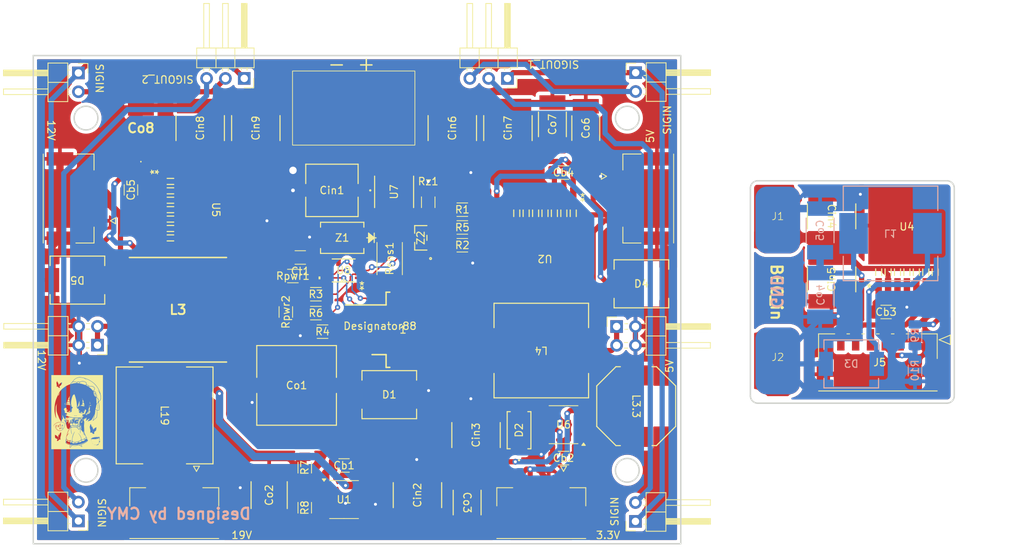
<source format=kicad_pcb>
(kicad_pcb (version 20240108) (generator "pcbnew") (generator_version "8.0")
  (layers (0 "F.Cu" signal) (31 "B.Cu" signal) (34 "B.Paste" user) (35 "F.Paste" user) (36 "B.SilkS" user "B.Silkscreen") (37 "F.SilkS" user "F.Silkscreen") (38 "B.Mask" user) (39 "F.Mask" user) (44 "Edge.Cuts" user))
  (net 0 "")
  (net 1 "GND")
  (net 2 "V_out_2")
  (net 3 "V_out_1")
  (net 4 "V_19")
  (net 5 "Net-(U1-CB)")
  (net 6 "Net-(U1-VSW)")
  (net 7 "Net-(U1-FB)")
  (net 11 "Net-(D2-K)")
  (net 12 "Net-(D3-K)")
  (net 15 "Net-(U8-TIMER)")
  (net 16 "Net-(U8-OVLO)")
  (net 18 "Net-(U8-PWR)")
  (net 20 "Net-(U4-CB)")
  (net 21 "Net-(R1-Pad1)")
  (net 22 "Net-(R3-Pad1)")
  (net 23 "Net-(Rpwr1-Pad1)")
  (net 24 "Net-(U7-G)")
  (net 25 "Net-(U6-CB)")
  (net 27 "V_3.3")
  (net 31 "Net-(D4-K)")
  (net 32 "Net-(U2-CB)")
  (net 35 "batt_v_sns")
  (net 36 "V_5_1")
  (net 37 "V_5_2")
  (net 38 "Net-(D5-K)")
  (net 39 "Net-(U5-CB)")
  (net 42 "V_12")
  (net 43 "Vin")
  (net 44 "Net-(1-Gate)")
  (net 45 "Net-(U8-UVLO)")
  (net 46 "Net-(1-Drain)")
  (net 47 "BEC_in")
  (net 48 "GND_1")
  (net 49 "Net-(J13-Pin_1)")
  (net 50 "Net-(J3-Pin_3)")
  (net 51 "Net-(J13-Pin_2)")
  (net 52 "/1OUT")
  (net 53 "/3OUT")
  (net 54 "Net-(1OUT1-Pin_1)")
  (footprint "5024430470:MOLEX_5024430470" (layer "F.Cu") (at 133 52 -90)
    (property "Reference" "5V")
    (property "Value" "5024430470")
  )
  (footprint "FDS4435BZ:SO-8L-NB_FAS" (layer "F.Cu") (at 99.15 51.1 90)
    (property "Reference" "U7")
    (property "Value" "FDS4435BZ")
  )
  (footprint "Capacitor_SMD:C_1206_3216Metric" (layer "F.Cu") (at 122 48.5 180)
    (property "Reference" "Cb4")
    (property "Value" "0.01u")
  )
  (footprint "Resistor_SMD:R_1206_3216Metric" (layer "F.Cu") (at 85.5 62.45)
    (property "Reference" "Rpwr1")
    (property "Value" "150k")
  )
  (footprint "CSD19536KTTT:KTT0002A" (layer "F.Cu") (at 100.35 69.7)
    (property "Reference" "1")
    (property "Value" "CSD19536KTTT")
  )
  (footprint "LOGO" (layer "F.Cu") (at 56.4 80.8)
    (property "Reference" "G***" (hide yes))
    (property "Value" "LOGO" (hide yes))
  )
  (footprint "SS310:CR_SS310_TWS" (layer "F.Cu") (at 132.5 63.5)
    (property "Reference" "D4")
    (property "Value" "SK33")
  )
  (footprint "EEH_ZKV121XUP:CAP_ZKU_D8_PAN" (layer "F.Cu") (at 90.7658 50.9 180)
    (property "Reference" "Cin1")
    (property "Value" "120u")
  )
  (footprint "HC9-470-R:INDPM131141X750N" (layer "F.Cu") (at 70 67)
    (property "Reference" "L3")
    (property "Value" "HC9-470-R" (hide yes))
  )
  (footprint "5024430470:MOLEX_5024430470" (layer "F.Cu") (at 69.5 94 180)
    (property "Reference" "19V")
    (property "Value" "5024430470")
  )
  (footprint "Resistor_SMD:R_1206_3216Metric" (layer "F.Cu") (at 108.35 58.3 180)
    (property "Reference" "R2")
    (property "Value" "8.2k")
  )
  (footprint "Resistor_SMD:R_1206_3216Metric" (layer "F.Cu") (at 88.6 67.45 180)
    (property "Reference" "R6")
    (property "Value" "2k")
  )
  (footprint "SS310:CR_SS310_TWS" (layer "F.Cu") (at 98.5 78.45)
    (property "Reference" "D1")
    (property "Value" "SS310")
  )
  (footprint "Connector_PinHeader_2.54mm:PinHeader_2x02_P2.54mm_Horizontal" (layer "F.Cu") (at 129.16 69.26)
    (property "Reference" "5V")
    (property "Value" "Conn_01x04_Pin")
  )
  (footprint "594D156X9050R2T:CAP_594D-R_VSS" (layer "F.Cu") (at 158.15 62.9 -90)
    (property "Reference" "Cin5")
    (property "Value" "15u")
  )
  (footprint "594D156X9050R2T:CAP_594D-R_VSS" (layer "F.Cu") (at 110.2 83.9 90)
    (property "Reference" "Cin3")
    (property "Value" "15u")
  )
  (footprint "LM2676SX_5_0_NOPB:TS7B" (layer "F.Cu") (at 168.3095 55.7991)
    (property "Reference" "U4")
    (property "Value" "LM2676SX-5.0/NOPB")
  )
  (footprint "EEH_ZK1V331P:CAP_EEH_G_PAN" (layer "F.Cu") (at 86 77.2 180)
    (property "Reference" "Co1")
    (property "Value" "330u")
  )
  (footprint "Connector_PinHeader_2.54mm:PinHeader_1x02_P2.54mm_Horizontal" (layer "F.Cu") (at 139.9 95.54 180)
    (property "Reference" "SIGIN")
    (property "Value" "Conn_01x02")
  )
  (footprint "594D156X9050R2T:CAP_594D-R_VSS" (layer "F.Cu") (at 114.5 42.5 90)
    (property "Reference" "Cin7")
    (property "Value" "15u")
  )
  (footprint "5024430470:MOLEX_5024430470" (layer "F.Cu") (at 119 94 180)
    (property "Reference" "3.3V")
    (property "Value" "5024430470")
  )
  (footprint "594D156X9050R2T:CAP_594D-R_VSS" (layer "F.Cu") (at 73 42.5 90)
    (property "Reference" "Cin8")
    (property "Value" "15u")
  )
  (footprint "Capacitor_SMD:C_1206_3216Metric" (layer "F.Cu") (at 63.6595 50.835 -90)
    (property "Reference" "Cb5")
    (property "Value" "0.01u")
  )
  (footprint "Capacitor_SMD:C_1206_3216Metric" (layer "F.Cu") (at 92.4 88)
    (property "Reference" "Cb1")
    (property "Value" "0.01u")
  )
  (footprint "5024430470:MOLEX_5024430470" (layer "F.Cu") (at 55.6815 52 90)
    (property "Reference" "12V")
    (property "Value" "5024430470")
  )
  (footprint "Resistor_SMD:R_1206_3216Metric" (layer "F.Cu") (at 108.35 55.9)
    (property "Reference" "R5")
    (property "Value" "2k")
  )
  (footprint "594D686X0010C2T:CAP_594D-C_VSS" (layer "F.Cu") (at 120.5 42 90)
    (property "Reference" "Co7")
    (property "Value" "68u")
  )
  (footprint "Connector_PinHeader_2.54mm:PinHeader_2x02_P2.54mm_Horizontal" (layer "F.Cu") (at 59.15 71.775 180)
    (property "Reference" "12V")
    (property "Value" "Conn_01x04_Pin")
  )
  (footprint "LM2676SX_5_0_NOPB:TS7B" (layer "F.Cu") (at 119.5 60.1209 180)
    (property "Reference" "U2")
    (property "Value" "LM2676SX-5.0/NOPB")
  )
  (footprint "Resistor_SMD:R_2512_6332Metric" (layer "F.Cu") (at 98.55 60.1 -90)
    (property "Reference" "Rsns1")
    (property "Value" "6m")
  )
  (footprint "594D156X9050R2T:CAP_594D-R_VSS" (layer "F.Cu") (at 80.5 42.5 90)
    (property "Reference" "Cin9")
    (property "Value" "15u")
  )
  (footprint "Connector_PinHeader_2.54mm:PinHeader_1x02_P2.54mm_Horizontal" (layer "F.Cu") (at 48.375 35.06)
    (property "Reference" "SIGIN")
    (property "Value" "Conn_01x02")
  )
  (footprint "Resistor_SMD:R_1206_3216Metric" (layer "F.Cu") (at 103.75 52.5 90)
    (property "Reference" "Rz1")
    (property "Value" "1.8k")
  )
  (footprint "Capacitor_SMD:C_1206_3216Metric" (layer "F.Cu") (at 122 87 180)
    (property "Reference" "Cb2")
    (property "Value" "0.01u")
  )
  (footprint "5024430670:CON_5024430670" (layer "F.Cu") (at 169.396001 71.050001)
    (property "Reference" "J5")
    (property "Value" "5024430670")
  )
  (footprint "Resistor_SMD:R_1206_3216Metric" (layer "F.Cu") (at 108.35 53.5 180)
    (property "Reference" "R1")
    (property "Value" "36k")
  )
  (footprint "B82464G4473M000:IND_B82464G4_EPC" (layer "F.Cu") (at 131.8 80 -90)
    (property "Reference" "L3.3")
    (property "Value" "68u")
  )
  (footprint "Resistor_SMD:R_1206_3216Metric" (layer "F.Cu") (at 88.6 64.9)
    (property "Reference" "R3")
    (property "Value" "36k")
  )
  (footprint "BZX84C12LT1G:SOT-23_ONS" (layer "F.Cu") (at 102.75 57.3 90)
    (property "Reference" "Z2")
    (property "Value" "BZX84C12LT1G")
  )
  (footprint "594D156X9050R2T:CAP_594D-R_VSS" (layer "F.Cu") (at 158.15 54.4 90)
    (property "Reference" "Cin4")
    (property "Value" "15u")
  )
  (footprint "Resistor_SMD:R_1206_3216Metric" (layer "F.Cu") (at 87.1 88.3 -90)
    (property "Reference" "R7")
    (property "Value" "1k")
  )
  (footprint "594D686X0010C2T:CAP_594D-C_VSS" (layer "F.Cu") (at 125 42.5 90)
    (property "Reference" "Co6")
    (property "Value" "68u")
  )
  (footprint "Connector_PinHeader_2.54mm:PinHeader_1x02_P2.54mm_Horizontal" (layer "F.Cu") (at 131.725 35.025)
    (property "Reference" "SIGIN")
    (property "Value" "Conn_01x02")
  )
  (footprint "594D156X9050R2T:CAP_594D-R_VSS" (layer "F.Cu") (at 107 42.5 90)
    (property "Reference" "Cin6")
    (property "Value" "15u")
  )
  (footprint "594D336X9025D2T:CAP_594D-D_VSS" (layer "F.Cu") (at 82.3 92 90)
    (property "Reference" "Co2")
    (property "Value" "33u")
  )
  (footprint "BEC_io:BEC_io" (layer "F.Cu") (at 150.9 54.9)
    (property "Reference" "J1")
    (property "Value" "Header2")
  )
  (footprint "SS14:CR_SMA_403AE_OSI" (layer "F.Cu") (at 116 83.2444 90)
    (property "Reference" "D2")
    (property "Value" "SS14")
  )
  (footprint "Package_SO:SOIC-8_3.9x4.9mm_P1.27mm" (layer "F.Cu") (at 122 82.5 180)
    (property "Reference" "U6")
    (property "Value" "LM2675M-3.3")
  )
  (footprint "LM2676SX_5_0_NOPB:TS7B" (layer "F.Cu") (at 75.1209 53.5 -90)
    (property "Reference" "U5")
    (property "Value" "LM2676SX-12/NOPB")
  )
  (footprint "Connector_PinHeader_2.54mm:PinHeader_1x03_P2.54mm_Horizontal" (layer "F.Cu") (at 78.94 27.6 -90)
    (property "Reference" "SIGOUT_2")
    (property "Value" "Conn_01x03")
  )
  (footprint "SS310:CR_SS310_TWS" (layer "F.Cu") (at 56.4417 63 180)
    (property "Reference" "D5")
    (property "Value" "SK33")
  )
  (footprint "SRR1260_680M:IND_BOURNS_SRR1260" (layer "F.Cu") (at 68.2 81.2486 -90)
    (property "Reference" "L19")
    (property "Value" "68u")
  )
  (footprint "Connector_PinHeader_2.54mm:PinHeader_1x03_P2.54mm_Horizontal" (layer "F.Cu") (at 114.44 35.8 -90)
    (property "Reference" "SIGOUT_1")
    (property "Value" "Conn_01x03")
  )
  (footprint "Resistor_SMD:R_1206_3216Metric" (layer "F.Cu") (at 87.1 93.7 -90)
    (property "Reference" "R8")
    (property "Value" "14.7k")
  )
  (footprint "Package_SO:SOIC-8_3.9x4.9mm_P1.27mm" (layer "F.Cu") (at 92.4 92.6)
    (property "Reference" "U1")
    (property "Value" "LM2675M-ADJ")
  )
  (footprint "Connector_PinHeader_2.54mm:PinHeader_1x02_P2.54mm_Horizontal" (layer "F.Cu") (at 56.575 95.475 180)
    (property "Reference" "SIGIN")
    (property "Value" "Conn_01x02")
  )
  (footprint "SMBJ30A_13_F:SMB_DIO" (layer "F.Cu") (at 92.15 57.3 180)
    (property "Reference" "Z1")
    (property "Value" "SMBJ30A")
  )
  (footprint "Capacitor_SMD:C_1206_3216Metric" (layer "F.Cu") (at 165.5 67.3)
    (property "Reference" "Cb3")
    (property "Value" "0.01u")
  )
  (footprint "594D156X9050R2T:CAP_594D-R_VSS" (layer "F.Cu") (at 102.3 92 90)
    (property "Reference" "Cin2")
    (property "Value" "15u")
  )
  (footprint "594D686X0010C2T:CAP_594D-C_VSS" (layer "F.Cu") (at 109 93 -90)
    (property "Reference" "Co3")
    (property "Value" "68u")
  )
  (footprint "Vin:Vin" (layer "F.Cu") (at 93.7 39.8)
    (property "Reference" "J12" (hide yes))
    (property "Value" "Header2" (hide yes))
  )
  (footprint "Resistor_SMD:R_1206_3216Metric" (layer "F.Cu") (at 89.5 69.95)
    (property "Reference" "R4")
    (property "Value" "4.02k")
  )
  (footprint "Resistor_SMD:R_1206_3216Metric" (layer "F.Cu") (at 84.55 67.3 90)
    (property "Reference" "Rpwr2")
    (property "Value" "2k")
  )
  (footprint "DR125_330_R:DR125" (layer "F.Cu") (at 119 72.5 180)
    (property "Reference" "L4")
    (property "Value" "DR125-330-R")
  )
  (footprint "BEC_io:BEC_io" (layer "F.Cu") (at 150.9 73.9)
    (property "Reference" "J2")
    (property "Value" "Header2")
  )
  (footprint "Capacitor_SMD:C_1206_3216Metric" (layer "F.Cu") (at 86.5 59.95 180)
    (property "Reference" "Ct1")
    (property "Value" "150n")
  )
  (footprint "594D107X9016C2T:594D107X9016C2T" (layer "F.Cu") (at 65 42.5 180)
    (property "Reference" "Co8")
    (property "Value" "100u" (hide yes))
  )
  (footprint "LM5069MM_2_NOPB:MUB10A" (layer "F.Cu") (at 92.35 61.7 180)
    (property "Reference" "U8")
    (property "Value" "LM5069MM-2/NOPB")
  )
  (footprint "Resistor_SMD:R_1206_3216Metric" (layer "B.Cu") (at 169.4 75.1875 -90)
    (property "Reference" "R10")
    (property "Value" "1M")
  )
  (footprint "SS310:CR_SS310_TWS" (layer "B.Cu") (at 160.799998 74.300002 180)
    (property "Reference" "D3")
    (property "Value" "SK33")
  )
  (footprint "DR125_330_R:DR125" (layer "B.Cu") (at 166.1 56.7)
    (property "Reference" "L1")
    (property "Value" "DR125-330-R")
  )
  (footprint "594D686X0010C2T:CAP_594D-C_VSS" (layer "B.Cu") (at 156.6 65 -90)
    (property "Reference" "Co4")
    (property "Value" "68u")
  )
  (footprint "594D686X0010C2T:CAP_594D-C_VSS" (layer "B.Cu") (at 156.6 56.3 90)
    (property "Reference" "Co5")
    (property "Value" "68u")
  )
  (footprint "Resistor_SMD:R_1206_3216Metric" (layer "B.Cu") (at 169.4 70.4375 -90)
    (property "Reference" "R9")
    (property "Value" "9.1M")
  )
  (gr_poly (pts (xy 128.4 52.4) (xy 128.4 55.6) (xy 131.4 55.6) (xy 131.4 52.4)) (stroke (width 0.2)) (fill solid) (layer "F.Cu") (net 37))
  (gr_poly (pts (xy 92.25 75.45) (xy 91.75 76.2) (xy 88.5 76.2) (xy 88.5 78.2) (xy 90.5 78.2) (xy 91.75 78.2) (xy 93.5 78.2) (xy 94 78.2) (xy 94 80.2) (xy 96.25 80.2) (xy 96.25 71.45) (xy 92.25 71.45)) (stroke (width 0.2)) (fill solid) (layer "F.Cu") (net 2))
  (gr_poly (pts (xy 96.75 52.9) (xy 100.15 52.9) (xy 100.15 54.7) (xy 100.15 56.9) (xy 100.953371 57.085393) (xy 102.55 57.1) (xy 102.55 57.3) (xy 102.55 57.72) (xy 102.55 57.9) (xy 95.55 57.9) (xy 95.15 58.3) (xy 95.15 58.5) (xy 92.75 58.5) (xy 92.75 55.9) (xy 95.75 55.9) (xy 96.75 54.9)) (stroke (width 0.2)) (fill solid) (layer "F.Cu") (net 3))
  (gr_poly (pts (xy 65.6 84.6) (xy 65.6 87.6) (xy 66 89.4) (xy 66 92.4) (xy 63.2 93.8) (xy 63.2 97.4) (xy 75.8 97.4) (xy 75.8 93.8) (xy 69.6 93.8) (xy 69 92.4) (xy 69 89.6) (xy 70.8 87.6) (xy 70.8 84.6)) (stroke (width 0.2)) (fill solid) (layer "F.Cu") (net 4))
  (gr_poly (pts (xy 96.75 63.7) (xy 102.35 63.7) (xy 102.35 60.1) (xy 100.75 60.1) (xy 100.15 60.3) (xy 100.15 61.7) (xy 99.55 62.45) (xy 96.75 62.45)) (stroke (width 0.2)) (fill solid) (layer "F.Cu") (net 46))
  (gr_poly (pts (xy 106.15 63.5) (xy 99.75 65.1) (xy 99.75 74.3) (xy 108.35 74.3) (xy 108.35 59.7) (xy 106.15 59.7)) (stroke (width 0.2)) (fill solid) (layer "F.Cu") (net 46))
  (gr_circle (center 57.6 88.65) (end 59.2 88.65) (stroke (width 0.2)) (fill none) (layer "Edge.Cuts"))
  (gr_arc (start 147.2 50.6) (mid 147.492894 49.892895) (end 148.2 49.6) (stroke (width 0.2)) (layer "Edge.Cuts"))
  (gr_circle (center 57.6 41.15) (end 59.2 41.15) (stroke (width 0.2)) (fill none) (layer "Edge.Cuts"))
  (gr_line (start 174.7 50.6) (end 174.7 78.6) (stroke (width 0.2)) (layer "Edge.Cuts"))
  (gr_rect (start 50.49 32.72) (end 137.81 98.56) (stroke (width 0.2)) (fill none) (layer "Edge.Cuts"))
  (gr_line (start 147.2 78.6) (end 147.2 50.6) (stroke (width 0.2)) (layer "Edge.Cuts"))
  (gr_line (start 148.2 49.6) (end 173.7 49.6) (stroke (width 0.2)) (layer "Edge.Cuts"))
  (gr_circle (center 130.6 41.15) (end 132.2 41.15) (stroke (width 0.2)) (fill none) (layer "Edge.Cuts"))
  (gr_circle (center 130.6 88.65) (end 132.2 88.65) (stroke (width 0.2)) (fill none) (layer "Edge.Cuts"))
  (gr_arc (start 148.2 79.6) (mid 147.492893 79.307107) (end 147.2 78.6) (stroke (width 0.2)) (layer "Edge.Cuts"))
  (gr_line (start 173.7 79.6) (end 148.2 79.6) (stroke (width 0.2)) (layer "Edge.Cuts"))
  (gr_arc (start 173.7 49.6) (mid 174.407106 49.892894) (end 174.7 50.6) (stroke (width 0.2)) (layer "Edge.Cuts"))
  (gr_arc (start 174.7 78.6) (mid 174.407108 79.307109) (end 173.7 79.6) (stroke (width 0.2)) (layer "Edge.Cuts"))
  (gr_text "Designed by CMY" (at 80 95.4 -0) (layer "B.SilkS") (effects (font (size 1.5 1.5) (thickness 0.3) (bold yes)) (justify left bottom mirror)))
  (segment (start 107.831924 95.9464) (end 106.4 94.514476) (width 0.7) (layer "F.Cu") (net 1))
  (segment (start 119.5 51.8405) (end 119.5 50.4325) (width 0.7) (layer "F.Cu") (net 1))
  (segment (start 106.4 90.575824) (end 104.852376 89.0282) (width 0.7) (layer "F.Cu") (net 1))
  (segment (start 109.8125 60.6375) (end 109.75 60.7) (width 1) (layer "F.Cu") (net 1))
  (segment (start 65 40) (end 65 39.675) (width 1) (layer "F.Cu") (net 1))
  (segment (start 89.364378 59.3192) (end 87.85 57.804822) (width 0.2) (layer "F.Cu") (net 1))
  (segment (start 113.3036 95.9464) (end 113.65 95.6) (width 0.7) (layer "F.Cu") (net 1))
  (segment (start 87.85 57.804822) (end 87.85 57.3) (width 0.2) (layer "F.Cu") (net 1))
  (segment (start 88.0375 69.95) (end 87.05 69.95) (width 1) (layer "F.Cu") (net 1))
  (segment (start 85.5125 48.2) (end 85.5125 43.4875) (width 2) (layer "F.Cu") (net 1))
  (segment (start 56.3815 57.35) (end 58.7315 55) (width 1) (layer "F.Cu") (net 1))
  (segment (start 120 90.95) (end 122 90.95) (width 0.7) (layer "F.Cu") (net 1))
  (segment (start 116 81.0346) (end 117.719601 81.0346) (width 0.7) (layer "F.Cu") (net 1))
  (segment (start 120.5 39.0536) (end 124.5 39.0536) (width 0.7) (layer "F.Cu") (net 1))
  (segment (start 132.3 46.65) (end 129.95 49) (width 0.7) (layer "F.Cu") (net 1))
  (segment (start 117.5675 48.5) (end 109.5 48.5) (width 0.7) (layer "F.Cu") (net 1))
  (segment (start 103.25 78.45) (end 103.8 77.9) (width 0.7) (layer "F.Cu") (net 1))
  (segment (start 72.55 91) (end 72.5 90.95) (width 1) (layer "F.Cu") (net 1))
  (segment (start 78.4 91) (end 72.55 91) (width 1) (layer "F.Cu") (net 1))
  (segment (start 103 48.95) (end 103.75 49.7) (width 0.5) (layer "F.Cu") (net 1))
  (segment (start 106.4 94.514476) (end 106.4 90.575824) (width 0.7) (layer "F.Cu") (net 1))
  (segment (start 81.252246 77.2) (end 81.4534 77.2) (width 0.5) (layer "F.Cu") (net 1))
  (segment (start 92.735 93.235) (end 92.6 93.1) (width 1) (layer "F.Cu") (net 1))
  (segment (start 58.35 46.65) (end 65 40) (width 1) (layer "F.Cu") (net 1))
  (segment (start 114.9746 39.0536) (end 114.5 39.5282) (width 0.7) (layer "F.Cu") (net 1))
  (segment (start 109 95.9464) (end 107.831924 95.9464) (width 0.7) (layer "F.Cu") (net 1))
  (segment (start 80.360992 88.9012) (end 82.3 88.9012) (width 1) (layer "F.Cu") (net 1))
  (segment (start 85.4125 59.7375) (end 87.85 57.3) (width 1) (layer "F.Cu") (net 1))
  (segment (start 122 93.25) (end 124.35 95.6) (width 0.7) (layer "F.Cu") (net 1))
  (segment (start 107 39.5282) (end 104.589046 39.5282) (width 0.5) (layer "F.Cu") (net 1))
  (segment (start 86.5 70.5) (end 86.2875 70.5) (width 0.7) (layer "F.Cu") (net 1))
  (segment (start 87.05 69.95) (end 86.5 70.5) (width 1) (layer "F.Cu") (net 1))
  (segment (start 81.4534 77.2) (end 81.110824 77.2) (width 0.7) (layer "F.Cu") (net 1))
  (segment (start 124.5 39.0536) (end 125 39.5536) (width 0.7) (layer "F.Cu") (net 1))
  (segment (start 75.2733 53.5) (end 80.5 53.5) (width 1) (layer "F.Cu") (net 1))
  (segment (start 122 90.95) (end 122 93.25) (width 0.7) (layer "F.Cu") (net 1))
  (segment (start 102.3 89.0282) (end 102.3 87.3) (width 0.7) (layer "F.Cu") (net 1))
  (segment (start 94.875 93.235) (end 92.735 93.235) (width 1) (layer "F.Cu") (net 1))
  (segment (start 135.9417 66.220381) (end 135.9417 63.5) (width 0.7) (layer "F.Cu") (net 1))
  (segment (start 120.5 39.0536) (end 114.9746 39.0536) (width 0.7) (layer "F.Cu") (net 1))
  (segment (start 103.75 51.0375) (end 103.75 49.7) (width 1) (layer "F.Cu") (net 1))
  (segment (start 53 65.739108) (end 53 63) (width 1) (layer "F.Cu") (net 1))
  (segment (start 134.6 46.65) (end 132.3 46.65) (width 0.7) (layer "F.Cu") (net 1))
  (segment (start 120 90.95) (end 120 90) (width 0.7) (layer "F.Cu") (net 1))
  (segment (start 78.4 90.862192) (end 80.360992 88.9012) (width 1) (layer "F.Cu") (net 1))
  (segment (start 94.5471 60.699999) (end 93.166301 59.3192) (width 0.2) (layer "F.Cu") (net 1))
  (segment (start 120 90) (end 119 89) (width 0.7) (layer "F.Cu") (net 1))
  (segment (start 78.4 91) (end 78.4 90.862192) (width 1) (layer "F.Cu") (net 1))
  (segment (start 56.61 71.775) (end 56.61 69.235) (width 1) (layer "F.Cu") (net 1))
  (segment (start 80 78.310824) (end 80 79.5) (width 0.7) (layer "F.Cu") (net 1))
  (segment (start 119 89) (end 119 86.5) (width 0.7) (layer "F.Cu") (net 1))
  (segment (start 129.95 51) (end 129.95 49) (width 0.7) (layer "F.Cu") (net 1))
  (segment (start 119.5 50.4325) (end 117.5675 48.5) (width 0.7) (layer "F.Cu") (net 1))
  (segment (start 109.8125 58.3) (end 109.8125 60.6375) (width 1) (layer "F.Cu") (net 1))
  (segment (start 56.61 69.235) (end 56.495892 69.235) (width 1) (layer "F.Cu") (net 1))
  (segment (start 85.5125 43.4875) (end 89.2 39.8) (width 2) (layer "F.Cu") (net 1))
  (segment (start 90.2928 57.3) (end 87.85 57.3) (width 1) (layer "F.Cu") (net 1))
  (segment (start 56.7 74.2) (end 56.7 71.865) (width 0.7) (layer "F.Cu") (net 1))
  (segment (start 86.2875 70.5) (end 84.55 68.7625) (width 0.8) (layer "F.Cu") (net 1))
  (segment (start 81.110824 77.2) (end 80 78.310824) (width 0.7) (layer "F.Cu") (net 1))
  (segment (start 109 95.9464) (end 113.3036 95.9464) (width 0.7) (layer "F.Cu") (net 1))
  (segment (start 121.365 81.865) (end 121.5 82) (width 0.7) (layer "F.Cu") (net 1))
  (segment (start 85.5125 50.9) (end 87.8575 50.9) (width 1) (layer "F.Cu") (net 1))
  (segment (start 104.589046 39.5282) (end 103 41.117246) (width 0.5) (layer "F.Cu") (net 1))
  (segment (start 70.5 90.95) (end 72.5 90.95) (width 1) (layer "F.Cu") (net 1))
  (segment (start 73 39.5282) (end 80.5 39.5282) (width 1) (layer "F.Cu") (net 1))
  (segment (start 103 41.117246) (end 103 48.95) (width 0.5) (layer "F.Cu") (net 1))
  (segment (start 104.852376 89.0282) (end 102.3 89.0282) (width 0.7) (layer "F.Cu") (net 1))
  (segment (start 107 39.5282) (end 114.5 39.5282) (width 1) (layer "F.Cu") (net 1))
  (segment (start 65 39.675) (end 72.8532 39.675) (width 1) (layer "F.Cu") (net 1))
  (segment (start 119.525 81.865) (end 121.365 81.865) (width 0.7) (layer "F.Cu") (net 1))
  (segment (start 85.5125 50.9) (end 85.5125 48.2) (width 1) (layer "F.Cu") (net 1))
  (segment (start 96.635 93.235) (end 94.875 93.235) (width 0.7) (layer "F.Cu") (net 1))
  (segment (start 54.0815 57.35) (end 54.0815 46.65) (width 1) (layer "F.Cu") (net 1))
  (segment (start 85.0363 88.9012) (end 87.1 86.8375) (width 1) (layer "F.Cu") (net 1))
  (segment (start 56.7 71.865) (end 56.61 71.775) (width 0.7) (layer "F.Cu") (net 1))
  (segment (start 103.8375 50.95) (end 103.75 51.0375) (width 1) (layer "F.Cu") (net 1))
  (segment (start 54.0815 46.65) (end 58.35 46.65) (width 1) (layer "F.Cu") (net 1))
  (segment (start 129.95 49) (end 127 49) (width 0.7) (layer "F.Cu") (net 1))
  (segment (start 117.719601 81.0346) (end 118.550001 81.865) (width 0.7) (layer "F.Cu") (net 1))
  (segment (start 110.2 80.9282) (end 110.2 79.7) (width 0.7) (layer "F.Cu") (net 1))
  (segment (start 80.5 53.5) (end 82 55) (width 1) (layer "F.Cu") (net 1))
  (segment (start 101.9417 78.45) (end 103.25 78.45) (width 0.7) (layer "F.Cu") (net 1))
  (segment (start 53 58.4315) (end 54.0815 57.35) (width 1) (layer "F.Cu") (net 1))
  (segment (start 80.5 39.5282) (end 88.9282 39.5282) (width 1) (layer "F.Cu") (net 1))
  (segment (start 110.2 79.7) (end 109.5 79) (width 0.7) (layer "F.Cu") (net 1))
  (segment (start 110.2 80.9282) (end 115.8936 80.9282) (width 0.7) (layer "F.Cu") (net 1))
  (segment (start 131.7 69.26) (end 132.902081 69.26) (width 0.7) (layer "F.Cu") (net 1))
  (segment (start 54.0815 57.35) (end 56.3815 57.35) (width 1) (layer "F.Cu") (net 1))
  (segment (start 82.3 88.9012) (end 85.0363 88.9012) (width 1) (layer "F.Cu") (net 1))
  (segment (start 72.8532 39.675) (end 73 39.5282) (width 1) (layer "F.Cu") (net 1))
  (segment (start 58.7315 55) (end 58.7315 53) (width 1) (layer "F.Cu") (net 1))
  (segment (start 132.902081 69.26) (end 135.9417 66.220381) (width 0.7) (layer "F.Cu") (net 1))
  (segment (start 135.9417 58.6917) (end 134.6 57.35) (width 0.7) (layer "F.Cu") (net 1))
  (segment (start 135.9417 63.5) (end 135.9417 58.6917) (width 0.7) (layer "F.Cu") (net 1))
  (segment (start 115.8936 80.9282) (end 116 81.0346) (width 0.7) (layer "F.Cu") (net 1))
  (segment (start 131.7 71.8) (end 131.7 69.26) (width 0.7) (layer "F.Cu") (net 1))
  (segment (start 118.550001 81.865) (end 119.525 81.865) (width 0.7) (layer "F.Cu") (net 1))
  (segment (start 87.85 57.3) (end 87.75 57.2) (width 1) (layer "F.Cu") (net 1))
  (segment (start 66.8405 53.5) (end 75.2733 53.5) (width 1) (layer "F.Cu") (net 1))
  (segment (start 53 63) (end 53 58.4315) (width 1) (layer "F.Cu") (net 1))
  (segment (start 93.166301 59.3192) (end 89.364378 59.3192) (width 0.2) (layer "F.Cu") (net 1))
  (segment (start 88.9282 39.5282) (end 89.2 39.8) (width 1) (layer "F.Cu") (net 1))
  (segment (start 102.3 87.3) (end 102.2 87.2) (width 0.7) (layer "F.Cu") (net 1))
  (segment (start 124.35 95.6) (end 113.65 95.6) (width 0.7) (layer "F.Cu") (net 1))
  (segment (start 56.495892 69.235) (end 53 65.739108) (width 1) (layer "F.Cu") (net 1))
  (segment (start 134.6 46.65) (end 134.6 57.35) (width 0.5) (layer "F.Cu") (net 1))
  (via (at 82 55) (size 0.8) (drill 0.4) (layers "F.Cu" "B.Cu") (net 1))
  (via (at 86.5 70.5) (size 0.8) (drill 0.4) (layers "F.Cu" "B.Cu") (net 1))
  (via (at 78.4 91) (size 0.8) (drill 0.4) (layers "F.Cu" "B.Cu") (net 1))
  (via (at 103.8 77.9) (size 0.8) (drill 0.4) (layers "F.Cu" "B.Cu") (net 1))
  (via (at 85.5125 50.9) (size 0.9) (drill 0.5) (layers "F.Cu" "B.Cu") (net 1))
  (via (at 119 86.5) (size 0.8) (drill 0.4) (layers "F.Cu" "B.Cu") (net 1))
  (via (at 103.75 49.7) (size 0.8) (drill 0.4) (layers "F.Cu" "B.Cu") (net 1))
  (via (at 96.635 93.235) (size 0.8) (drill 0.4) (layers "F.Cu" "B.Cu") (net 1))
  (via (at 109.75 60.7) (size 0.8) (drill 0.4) (layers "F.Cu" "B.Cu") (net 1))
  (via (at 102.2 87.2) (size 0.8) (drill 0.4) (layers "F.Cu" "B.Cu") (net 1))
  (via (at 127 49) (size 0.8) (drill 0.4) (layers "F.Cu" "B.Cu") (net 1))
  (via (at 56.7 74.2) (size 0.8) (drill 0.4) (layers "F.Cu" "B.Cu") (net 1))
  (via (at 109.5 79) (size 0.8) (drill 0.4) (layers "F.Cu" "B.Cu") (net 1))
  (via (at 80 79.5) (size 0.8) (drill 0.4) (layers "F.Cu" "B.Cu") (net 1))
  (via (at 121.5 82) (size 0.8) (drill 0.4) (layers "F.Cu" "B.Cu") (net 1))
  (via (at 85.5125 48.2) (size 2) (drill 1) (layers "F.Cu" "B.Cu") (net 1))
  (via (at 109.5 48.5) (size 0.8) (drill 0.4) (layers "F.Cu" "B.Cu") (net 1))
  (via (at 92.6 93.1) (size 0.8) (drill 0.4) (layers "F.Cu" "B.Cu") (net 1))
  (via (at 87.75 57.2) (size 0.8) (drill 0.4) (layers "F.Cu" "B.Cu") (net 1))
  (segment (start 104.95 48.5) (end 103.75 49.7) (width 0.7) (layer "B.Cu") (net 1))
  (segment (start 97.475 76.975) (end 95.25 79.2) (width 2) (layer "B.Cu") (net 1))
  (segment (start 120.5 85) (end 119 86.5) (width 0.7) (layer "B.Cu") (net 1))
  (segment (start 74 82.6) (end 74 78.9) (width 0.8) (layer "B.Cu") (net 1))
  (segment (start 95 53.2) (end 100.982564 59.182564) (width 2) (layer "B.Cu") (net 1))
  (segment (start 85.55 55) (end 87.75 57.2) (width 1) (layer "B.Cu") (net 1))
  (segment (start 85.5125 51.4625) (end 87.75 53.7) (width 1) (layer "B.Cu") (net 1))
  (segment (start 100.982564 84.8) (end 100.982564 72.4) (width 0.8) (layer "B.Cu") (net 1))
  (segment (start 85.5125 50.9) (end 85.5125 51.4625) (width 1) (layer "B.Cu") (net 1))
  (segment (start 86.5 70.5) (end 86.5 77.8) (width 0.8) (layer "B.Cu") (net 1))
  (segment (start 80 79.5) (end 80 80) (width 0.8) (layer "B.Cu") (net 1))
  (segment (start 82 55) (end 85.55 55) (width 1) (layer "B.Cu") (net 1))
  (segment (start 100.982564 85.982564) (end 100.982564 84.8) (width 0.7) (layer "B.Cu") (net 1))
  (segment (start 70.6 75.5) (end 60.5 75.5) (width 0.8) (layer "B.Cu") (net 1))
  (segment (start 104.9 79) (end 103.8 77.9) (width 0.8) (layer "B.Cu") (net 1))
  (segment (start 74.1 82.7) (end 74 82.6) (width 0.7) (layer "B.Cu") (net 1))
  (segment (start 127 49) (end 122.9 44.9) (width 0.8) (layer "B.Cu") (net 1))
  (segment (start 87.75 53.7) (end 87.75 57.2) (width 1) (layer "B.Cu") (net 1))
  (segment (start 86.5 77.8) (end 89.6 80.9) (width 0.8) (layer "B.Cu") (net 1))
  (segment (start 60.5 75.5) (end 58 75.5) (width 0.8) (layer "B.Cu") (net 1))
  (segment (start 89.6 80.9) (end 93.55 80.9) (width 0.8) (layer "B.Cu") (net 1))
  (segment (start 103.8 77.6) (end 100.982564 74.782564) (width 0.8) (layer "B.Cu") (net 1))
  (segment (start 78.4 87) (end 74.1 82.7) (width 0.8) (layer "B.Cu") (net 1))
  (segment (start 100.982564 88.887436) (end 100.982564 84.8) (width 0.8) (layer "B.Cu") (net 1))
  (segment (start 100.982564 59.182564) (end 100.982564 62.7) (width 2) (layer "B.Cu") (net 1))
  (segment (start 121.5 82) (end 120.5 83) (width 0.7) (layer "B.Cu") (net 1))
  (segment (start 78.4 91) (end 78.4 87) (width 0.8) (layer "B.Cu") (net 1))
  (segment (start 93.55 80.9) (end 95.25 79.2) (width 0.8) (layer "B.Cu") (net 1))
  (segment (start 80 80) (end 80.9 80.9) (width 0.8) (layer "B.Cu") (net 1))
  (segment (start 92.6 93.1) (end 80.5 93.1) (width 1) (layer "B.Cu") (net 1))
  (segment (start 80.9 80.9) (end 89.6 80.9) (width 0.8) (layer "B.Cu") (net 1))
  (segment (start 100.982564 73.467436) (end 97.475 76.975) (width 2) (layer "B.Cu") (net 1))
  (segment (start 120.5 83) (end 120.5 85) (width 0.7) (layer "B.Cu") (net 1))
  (segment (start 95 50.3) (end 92.9 48.2) (width 2) (layer "B.Cu") (net 1))
  (segment (start 100.982564 62.7) (end 100.982564 72.4) (width 2) (layer "B.Cu") (net 1))
  (segment (start 109.5 79) (end 104.9 79) (width 0.8) (layer "B.Cu") (net 1))
  (segment (start 109.75 60.7) (end 107.75 62.7) (width 1) (layer "B.Cu") (net 1))
  (segment (start 96.5 77) (end 97.45 77) (width 0.5) (layer "B.Cu") (net 1))
  (segment (start 58 75.5) (end 56.7 74.2) (width 0.8) (layer "B.Cu") (net 1))
  (segment (start 107.75 62.7) (end 100.982564 62.7) (width 1) (layer "B.Cu") (net 1))
  (segment (start 74 78.9) (end 70.6 75.5) (width 0.8) (layer "B.Cu") (net 1))
  (segment (start 108.55 44.9) (end 103.75 49.7) (width 0.8) (layer "B.Cu") (net 1))
  (segment (start 97 51.2) (end 100.85 51.2) (width 0.8) (layer "B.Cu") (net 1))
  (segment (start 96.635 93.235) (end 100.982564 88.887436) (width 0.8) (layer "B.Cu") (net 1))
  (segment (start 103.8 77.9) (end 103.8 77.6) (width 0.7) (layer "B.Cu") (net 1))
  (segment (start 95 53.2) (end 97 51.2) (width 0.8) (layer "B.Cu") (net 1))
  (segment (start 100.982564 74.782564) (end 100.982564 72.4) (width 0.7) (layer "B.Cu") (net 1))
  (segment (start 122.9 44.9) (end 108.55 44.9) (width 0.8) (layer "B.Cu") (net 1))
  (segment (start 102.35 49.7) (end 103.75 49.7) (width 0.8) (layer "B.Cu") (net 1))
  (segment (start 92.9 48.2) (end 85.5125 48.2) (width 2) (layer "B.Cu") (net 1))
  (segment (start 95 53.2) (end 95 50.3) (width 2) (layer "B.Cu") (net 1))
  (segment (start 100.85 51.2) (end 102.35 49.7) (width 0.8) (layer "B.Cu") (net 1))
  (segment (start 102.2 87.2) (end 100.982564 85.982564) (width 0.8) (layer "B.Cu") (net 1))
  (segment (start 100.982564 72.4) (end 100.982564 73.467436) (width 2) (layer "B.Cu") (net 1))
  (segment (start 109.5 48.5) (end 104.95 48.5) (width 0.8) (layer "B.Cu") (net 1))
  (segment (start 80.5 93.1) (end 78.4 91) (width 1) (layer "B.Cu") (net 1))
  (segment (start 97.45 77) (end 97.475 76.975) (width 0.5) (layer "B.Cu") (net 1))
  (segment (start 103.5 84.5) (end 93.8682 84.5) (width 2) (layer "F.Cu") (net 2))
  (segment (start 81 84.5) (end 91.6568 84.5) (width 2) (layer "F.Cu") (net 2))
  (segment (start 93.8682 84.5) (end 92.7625 83.3943) (width 2) (layer "F.Cu") (net 2))
  (segment (start 96 71.2) (end 95.24 71.2) (width 0.2) (layer "F.Cu") (net 2))
  (segment (start 109.5 77) (end 107.5 77) (width 2) (layer "F.Cu") (net 2))
  (segment (start 91.103801 62.199999) (end 90.1529 62.199999) (width 0.2) (layer "F.Cu") (net 2))
  (segment (start 96.1 84.5) (end 98 86.4) (width 1) (layer "F.Cu") (net 2))
  (segment (start 111.5 62) (end 111.5 50.9718) (width 1.5) (layer "F.Cu") (net 2))
  (segment (start 91.6568 84.5) (end 92.7625 83.3943) (width 2) (layer "F.Cu") (net 2))
  (segment (start 98 86.4) (end 98 93.7) (width 1) (layer "F.Cu") (net 2))
  (segment (start 111.5 50.9718) (end 108.4718 50.9718) (width 1.5) (layer "F.Cu") (net 2))
  (segment (start 105 79.5) (end 105 83) (width 2) (layer "F.Cu") (net 2))
  (segment (start 95.34 65.45) (end 96.75 66.86) (width 0.2) (layer "F.Cu") (net 2))
  (segment (start 84.8 57.142462) (end 81 60.942462) (width 2) (layer "F.Cu") (net 2))
  (segment (start 93.8682 84.5) (end 95.2 84.5) (width 2) (layer "F.Cu") (net 2))
  (segment (start 94.875 91.965) (end 97.165 91.965) (width 1) (layer "F.Cu") (net 2))
  (segment (start 115.5 47) (end 114.5 46) (width 0.7) (layer "F.Cu") (net 2))
  (segment (start 91.6038 61.7) (end 91.103801 62.199999) (width 0.2) (layer "F.Cu") (net 2))
  (segment (start 121.135 83.135) (end 121.5 83.5) (width 0.7) (layer "F.Cu") (net 2))
  (segment (start 107 49.5) (end 107 45.4718) (width 1.5) (layer "F.Cu") (net 2))
  (segment (start 71.5282 45.4718) (end 73 45.4718) (width 1) (layer "F.Cu") (net 2))
  (segment (start 93.8682 84.5) (end 96.1 84.5) (width 1) (layer "F.Cu") (net 2))
  (segment (start 92.7625 83.3943) (end 92.7625 81.9625) (width 2) (layer "F.Cu") (net 2))
  (segment (start 82.5 47.4718) (end 82.5 51.5) (width 2) (layer "F.Cu") (net 2))
  (segment (start 80.5 45.4718) (end 73 45.4718) (width 2) (layer "F.Cu") (net 2))
  (segment (start 110.8282 87.5) (end 110.2 86.8718) (width 0.7) (layer "F.Cu") (net 2))
  (segment (start 110 76.5) (end 109.5 77) (width 2) (layer "F.Cu") (net 2))
  (segment (start 105 83) (end 103.5 84.5) (width 2) (layer "F.Cu") (net 2))
  (segment (start 115.5 87.5) (end 110.8282 87.5) (width 0.7) (layer "F.Cu") (net 2))
  (segment (start 69 48) (end 71.5282 45.4718) (width 1) (layer "F.Cu") (net 2))
  (segment (start 95.24 71.2) (end 94.2 72.24) (width 0.2) (layer "F.Cu") (net 2))
  (segment (start 107 45.4718) (end 114.5 45.4718) (width 1) (layer "F.Cu") (net 2))
  (segment (start 96.75 66.86) (end 96.75 70.45) (width 0.2) (layer "F.Cu") (net 2))
  (segment (start 81 69) (end 79 71) (width 2) (layer "F.Cu") (net 2))
  (segment (start 79 74.5) (end 77.5 76) (width 2) (layer "F.Cu") (net 2))
  (segment (start 114.5 46) (end 114.5 45.4718) (width 0.7) (layer "F.Cu") (net 2))
  (segment (start 79 71) (end 79 74.5) (width 2) (layer "F.Cu") (net 2))
  (segment (start 104.356586 84.5) (end 106.728386 86.8718) (width 2) (layer "F.Cu") (net 2))
  (segment (start 81 60.942462) (end 81 69) (width 2) (layer "F.Cu") (net 2))
  (segment (start 69 50.7085) (end 69 48) (width 1) (layer "F.Cu") (net 2))
  (segment (start 92.7 61.7) (end 91.6038 61.7) (width 0.2) (layer "F.Cu") (net 2))
  (segment (start 77.5 81) (end 81 84.5) (width 2) (layer "F.Cu") (net 2))
  (segment (start 122.04 47.901702) (end 121.138298 47) (width 0.7) (layer "F.Cu") (net 2))
  (segment (start 110 63.5) (end 110 76.5) (width 2) (layer "F.Cu") (net 2))
  (segment (start 119.525 83.135) (end 121.135 83.135) (width 0.7) (layer "F.Cu") (net 2))
  (segment (start 108.4718 50.9718) (end 107 49.5) (width 1.5) (layer "F.Cu") (net 2))
  (segment (start 84.8 53.8) (end 84.8 57.142462) (width 2) (layer "F.Cu") (net 2))
  (segment (start 107.5 77) (end 105 79.5) (width 2) (layer "F.Cu") (net 2))
  (segment (start 92.7625 81.9625) (end 92.75 81.95) (width 2) (layer "F.Cu") (net 2))
  (segment (start 103.5 84.5) (end 104.356586 84.5) (width 2) (layer "F.Cu") (net 2))
  (segment (start 98 93.7) (end 99.2718 94.9718) (width 1) (layer "F.Cu") (net 2))
  (segment (start 66.8405 50.96) (end 68.7485 50.96) (width 1) (layer "F.Cu") (net 2))
  (segment (start 121.138298 47) (end 115.5 47) (width 0.7) (layer "F.Cu") (net 2))
  (segment (start 96.75 70.45) (end 96 71.2) (width 0.2) (layer "F.Cu") (net 2))
  (segment (start 95.0583 79.6417) (end 95.0583 78.45) (width 2) (layer "F.Cu") (net 2))
  (segment (start 82.5 51.5) (end 84.8 53.8) (width 2) (layer "F.Cu") (net 2))
  (segment (start 77.5 76) (end 77.5 81) (width 2) (layer "F.Cu") (net 2))
  (segment (start 106.728386 86.8718) (end 110.2 86.8718) (width 2) (layer "F.Cu") (net 2))
  (segment (start 92.75 81.95) (end 95.0583 79.6417) (width 2) (layer "F.Cu") (net 2))
  (segment (start 80.5 45.4718) (end 82.5 47.4718) (width 2) (layer "F.Cu") (net 2))
  (segment (start 122.04 51.8405) (end 122.04 47.901702) (width 0.7) (layer "F.Cu") (net 2))
  (segment (start 98 92.8) (end 98 93.7) (width 1) (layer "F.Cu") (net 2))
  (segment (start 68.7485 50.96) (end 69 50.7085) (width 1) (layer "F.Cu") (net 2))
  (segment (start 110 63.5) (end 111.5 62) (width 1.5) (layer "F.Cu") (net 2))
  (segment (start 99.2718 94.9718) (end 102.3 94.9718) (width 1) (layer "F.Cu") (net 2))
  (segment (start 94.6 65.45) (end 95.34 65.45) (width 0.2) (layer "F.Cu") (net 2))
  (segment (start 97.165 91.965) (end 98 92.8) (width 1) (layer "F.Cu") (net 2))
  (via (at 92.7 61.7) (size 0.7) (drill 0.3) (layers "F.Cu" "B.Cu") (net 2))
  (via (at 121.5 83.5) (size 0.8) (drill 0.4) (layers "F.Cu" "B.Cu") (net 2))
  (via (at 115.5 87.5) (size 0.8) (drill 0.4) (layers "F.Cu" "B.Cu") (net 2))
  (via (at 94.6 65.45) (size 0.7) (drill 0.3) (layers "F.Cu" "B.Cu") (net 2))
  (segment (start 121.5 85.75) (end 119.75 87.5) (width 0.7) (layer "B.Cu") (net 2))
  (segment (start 119.75 87.5) (end 115.5 87.5) (width 0.7) (layer "B.Cu") (net 2))
  (segment (start 94.6 65.45) (end 93.5 64.35) (width 0.2) (layer "B.Cu") (net 2))
  (segment (start 93.5 62.5) (end 92.7 61.7) (width 0.2) (layer "B.Cu") (net 2))
  (segment (start 121.5 83.5) (end 121.5 85.75) (width 0.7) (layer "B.Cu") (net 2))
  (segment (start 93.5 64.35) (end 93.5 62.5) (width 0.2) (layer "B.Cu") (net 2))
  (segment (start 93.25 63.0113) (end 93.25 62.546201) (width 0.2) (layer "F.Cu") (net 3))
  (segment (start 98.55 59.934316) (end 98.55 57.1375) (width 0.2) (layer "F.Cu") (net 3))
  (segment (start 93.25 62.546201) (end 93.596202 62.199999) (width 0.2) (layer "F.Cu") (net 3))
  (segment (start 91.3613 64.9) (end 93.25 63.0113) (width 0.2) (layer "F.Cu") (net 3))
  (segment (start 95.75 50.9) (end 97.245 52.395) (width 1) (layer "F.Cu") (net 3))
  (segment (start 105.961199 52.573699) (end 99.8413 52.573699) (width 0.5) (layer "F.Cu") (net 3))
  (segment (start 96.284317 62.199999) (end 98.55 59.934316) (width 0.2) (layer "F.Cu") (net 3))
  (segment (start 107.0875 53.7) (end 106.8875 53.5) (width 0.5) (layer "F.Cu") (net 3))
  (segment (start 90.0625 64.9) (end 91.3613 64.9) (width 0.2) (layer "F.Cu") (net 3))
  (segment (start 97.245 52.395) (end 97.245 53.899999) (width 1) (layer "F.Cu") (net 3))
  (segment (start 99.8413 52.573699) (end 98.515 53.899999) (width 0.5) (layer "F.Cu") (net 3))
  (segment (start 106.8875 53.5) (end 105.961199 52.573699) (width 0.5) (layer "F.Cu") (net 3))
  (segment (start 93.596202 62.199999) (end 94.5471 62.199999) (width 0.2) (layer "F.Cu") (net 3))
  (segment (start 93.6741 50.9) (end 95.75 50.9) (width 1) (layer "F.Cu") (net 3))
  (segment (start 94.5471 62.199999) (end 96.284317 62.199999) (width 0.2) (layer "F.Cu") (net 3))
  (segment (start 74.85 95.6) (end 81.7988 95.6) (width 1) (layer "F.Cu") (net 4))
  (segment (start 87.1 95.1625) (end 82.3637 95.1625) (width 1) (layer "F.Cu") (net 4))
  (segment (start 82.3637 95.1625) (end 82.3 95.0988) (width 1) (layer "F.Cu") (net 4))
  (segment (start 81.7988 95.6) (end 82.3 95.0988) (width 1) (layer "F.Cu") (net 4))
  (segment (start 68.5 90.95) (end 68.5 91.9) (width 1) (layer "F.Cu") (net 4))
  (segment (start 89.925 90.695) (end 89.925 89) (width 1) (layer "F.Cu") (net 5))
  (segment (start 89.925 89) (end 90.925 88) (width 1) (layer "F.Cu") (net 5))
  (segment (start 94.875 89) (end 93.875 88) (width 1) (layer "F.Cu") (net 6))
  (segment (start 94.875 90.695) (end 92.605 90.695) (width 1) (layer "F.Cu") (net 6))
  (segment (start 73.758508 76.3972) (end 68.2 76.3972) (width 1) (layer "F.Cu") (net 6))
  (segment (start 75.6 78.3) (end 75.6 78.238692) (width 1) (layer "F.Cu") (net 6))
  (segment (start 92.605 90.695) (end 92.6 90.7) (width 1) (layer "F.Cu") (net 6))
  (segment (start 75.6 78.238692) (end 73.758508 76.3972) (width 1) (layer "F.Cu") (net 6))
  (segment (start 94.875 90.695) (end 94.875 89) (width 1) (layer "F.Cu") (net 6))
  (via (at 75.6 78.3) (size 0.8) (drill 0.4) (layers "F.Cu" "B.Cu") (net 6))
  (via (at 92.6 90.7) (size 0.8) (drill 0.4) (layers "F.Cu" "B.Cu") (net 6))
  (segment (start 76 82.5) (end 75.6 82.1) (width 1) (layer "B.Cu") (net 6))
  (segment (start 88.7 86.8) (end 85.2 86.8) (width 1) (layer "B.Cu") (net 6))
  (segment (start 75.6 82.1) (end 75.6 78.3) (width 1) (layer "B.Cu") (net 6))
  (segment (start 80.3 86.8) (end 76 82.5) (width 1) (layer "B.Cu") (net 6))
  (segment (start 92.6 90.7) (end 88.7 86.8) (width 1) (layer "B.Cu") (net 6))
  (segment (start 85.2 86.8) (end 80.3 86.8) (width 1) (layer "B.Cu") (net 6))
  (segment (start 87.1 89.7625) (end 87.1 92.2375) (width 1) (layer "F.Cu") (net 7))
  (segment (start 88.805 94.505) (end 89.925 94.505) (width 1) (layer "F.Cu") (net 7))
  (segment (start 87.1 92.2375) (end 87.1 92.8) (width 1) (layer "F.Cu") (net 7))
  (segment (start 87.1 92.8) (end 88.805 94.505) (width 1) (layer "F.Cu") (net 7))
  (segment (start 120.525 87) (end 121.975 88.45) (width 0.7) (layer "F.Cu") (net 11))
  (segment (start 121.975 88.45) (end 125.484476 88.45) (width 0.7) (layer "F.Cu") (net 11))
  (segment (start 129.787926 84.14655) (end 131.8 84.14655) (width 0.7) (layer "F.Cu") (net 11))
  (segment (start 116 85.4542) (end 118.4758 85.4542) (width 0.7) (layer "F.Cu") (net 11))
  (segment (start 120.525 85.405) (end 119.525 84.405) (width 0.7) (layer "F.Cu") (net 11))
  (segment (start 120.525 87) (end 120.525 85.405) (width 0.7) (layer "F.Cu") (net 11))
  (segment (start 125.484476 88.45) (end 129.787926 84.14655) (width 0.7) (layer "F.Cu") (net 11))
  (segment (start 118.4758 85.4542) (end 119.525 84.405) (width 0.7) (layer "F.Cu") (net 11))
  (segment (start 164.025 66.075) (end 164.025 67.3) (width 0.7) (layer "F.Cu") (net 12))
  (segment (start 163.7205 64.0795) (end 163.2 64.6) (width 0.7) (layer "F.Cu") (net 12))
  (segment (start 164.4995 64.0795) (end 164.4995 65.6005) (width 0.7) (layer "F.Cu") (net 12))
  (segment (start 164.4995 65.6005) (end 164.025 66.075) (width 0.7) (layer "F.Cu") (net 12))
  (segment (start 164.4995 64.0795) (end 163.7205 64.0795) (width 0.7) (layer "F.Cu") (net 12))
  (via (at 163.2 64.6) (size 0.8) (drill 0.4) (layers "F.Cu" "B.Cu") (net 12))
  (segment (start 163.2 70.731328) (end 164.241698 71.773026) (width 0.7) (layer "B.Cu") (net 12))
  (segment (start 171.0784 56.7) (end 171.0784 61.5055) (width 0.7) (layer "B.Cu") (net 12))
  (segment (start 168.983898 63.600002) (end 164.199998 63.600002) (width 0.7) (layer "B.Cu") (net 12))
  (segment (start 163.2 64.6) (end 163.2 70.731328) (width 0.7) (layer "B.Cu") (net 12))
  (segment (start 171.0784 61.5055) (end 168.983898 63.600002) (width 0.7) (layer "B.Cu") (net 12))
  (segment (start 164.241698 71.773026) (end 164.241698 74.300002) (width 0.7) (layer "B.Cu") (net 12))
  (segment (start 164.199998 63.600002) (end 163.2 64.6) (width 0.7) (layer "B.Cu") (net 12))
  (segment (start 88.724999 60.699999) (end 87.975 59.95) (width 0.3) (layer "F.Cu") (net 15))
  (segment (start 90.1529 60.699999) (end 88.724999 60.699999) (width 0.25) (layer "F.Cu") (net 15))
  (segment (start 90.9625 68.35) (end 90.0625 67.45) (width 1) (layer "F.Cu") (net 16))
  (segment (start 90.9625 69.95) (end 90.9625 68.35) (width 1) (layer "F.Cu") (net 16))
  (segment (start 91.52975 66.67975) (end 90.7595 67.45) (width 0.2) (layer "F.Cu") (net 16))
  (segment (start 93.469148 61.169148) (end 94.516247 61.169148) (width 0.2) (layer "F.Cu") (net 16))
  (segment (start 92.8 60.5) (end 93.469148 61.169148) (width 0.2) (layer "F.Cu") (net 16))
  (segment (start 90.7595 67.45) (end 90.0625 67.45) (width 0.2) (layer "F.Cu") (net 16))
  (via (at 92.8 60.5) (size 0.7) (drill 0.3) (layers "F.Cu" "B.Cu") (net 16))
  (via (at 91.52975 66.67975) (size 0.7) (drill 0.3) (layers "F.Cu" "B.Cu") (net 16))
  (segment (start 91.6 61.3) (end 92.4 60.5) (width 0.2) (layer "B.Cu") (net 16))
  (segment (start 91.52975 63.37025) (end 91.6 63.3) (width 0.2) (layer "B.Cu") (net 16))
  (segment (start 91.52975 66.67975) (end 91.52975 63.37025) (width 0.2) (layer "B.Cu") (net 16))
  (segment (start 92.4 60.5) (end 92.8 60.5) (width 0.2) (layer "B.Cu") (net 16))
  (segment (start 91.6 63.3) (end 91.6 61.3) (width 0.2) (layer "B.Cu") (net 16))
  (segment (start 89.149999 61.200001) (end 90.1529 61.200001) (width 0.25) (layer "F.Cu") (net 18))
  (segment (start 87.9 62.45) (end 89.149999 61.200001) (width 0.3) (layer "F.Cu") (net 18))
  (segment (start 86.9625 62.45) (end 87.9 62.45) (width 0.3) (layer "F.Cu") (net 18))
  (segment (start 166.975 67.3) (end 166.975 64.144) (width 0.7) (layer "F.Cu") (net 20))
  (segment (start 166.975 64.144) (end 167.0395 64.0795) (width 0.5) (layer "F.Cu") (net 20))
  (segment (start 109.8125 53.5) (end 109.8125 55.9) (width 1) (layer "F.Cu") (net 21))
  (segment (start 87.1375 64.9) (end 87.1375 67.45) (width 1) (layer "F.Cu") (net 22))
  (segment (start 84.55 62.9625) (end 84.55 65.8375) (width 1) (layer "F.Cu") (net 23))
  (segment (start 84.0375 62.45) (end 84.55 62.9625) (width 1) (layer "F.Cu") (net 23))
  (segment (start 105.1264 55.3389) (end 103.75 53.9625) (width 1) (layer "F.Cu") (net 24))
  (segment (start 101.117501 53.9625) (end 101.055 53.899999) (width 1) (layer "F.Cu") (net 24))
  (segment (start 103.75 53.9625) (end 101.117501 53.9625) (width 1) (layer "F.Cu") (net 24))
  (segment (start 103.7152 58.2525) (end 104.2008 58.2525) (width 1) (layer "F.Cu") (net 24))
  (segment (start 105.1264 57.3269) (end 105.1264 55.3389) (width 1) (layer "F.Cu") (net 24))
  (segment (start 104.2008 58.2525) (end 105.1264 57.3269) (width 1) (layer "F.Cu") (net 24))
  (segment (start 123.475 87) (end 123.475 85.405) (width 0.7) (layer "F.Cu") (net 25))
  (segment (start 123.475 85.405) (end 124.475 84.405) (width 0.7) (layer "F.Cu") (net 25))
  (segment (start 115.1036 90.0536) (end 116 90.95) (width 0.7) (layer "F.Cu") (net 27))
  (segment (start 122.905 80.595) (end 122.5 81) (width 0.7) (layer "F.Cu") (net 27))
  (segment (start 116 89.5) (end 116 90.95) (width 0.7) (layer "F.Cu") (net 27))
  (segment (start 124.475 80.595) (end 122.905 80.595) (width 0.7) (layer "F.Cu") (net 27))
  (segment (start 117.5 88.5) (end 117.5 90.45) (width 0.7) (layer "F.Cu") (net 27))
  (segment (start 109 90.0536) (end 115.1036 90.0536) (width 0.7) (layer "F.Cu") (net 27))
  (segment (start 117.5 88.5) (end 117 88.5) (width 0.7) (layer "F.Cu") (net 27))
  (segment (start 124.775 78.643324) (end 127.564874 75.85345) (width 0.7) (layer "F.Cu") (net 27))
  (segment (start 124.775 80.295) (end 124.475 80.595) (width 0.7) (layer "F.Cu") (net 27))
  (segment (start 124.775 78.643324) (end 124.775 80.295) (width 0.7) (layer "F.Cu") (net 27))
  (segment (start 127.564874 75.85345) (end 131.8 75.85345) (width 0.7) (layer "F.Cu") (net 27))
  (segment (start 116 90.95) (end 118 90.95) (width 0.7) (layer "F.Cu") (net 27))
  (segment (start 117 88.5) (end 116 89.5) (width 0.7) (layer "F.Cu") (net 27))
  (via (at 122.5 81) (size 0.8) (drill 0.4) (layers "F.Cu" "B.Cu") (net 27))
  (via (at 117.5 88.5) (size 0.8) (drill 0.4) (layers "F.Cu" "B.Cu") (net 27))
  (segment (start 120.272792 88.5) (end 122.5 86.272792) (width 0.7) (layer "B.Cu") (net 27))
  (segment (start 122.5 86.272792) (end 122.5 81) (width 0.7) (layer "B.Cu") (net 27))
  (segment (start 117.5 88.5) (end 120.272792 88.5) (width 0.7) (layer "B.Cu") (net 27))
  (segment (start 113 51) (end 113 71.4784) (width 0.7) (layer "F.Cu") (net 31))
  (segment (start 122.25 46.75) (end 123.475 47.975) (width 0.7) (layer "F.Cu") (net 31))
  (segment (start 113 71.4784) (end 114.0216 72.5) (width 0.7) (layer "F.Cu") (net 31))
  (segment (start 123.475 47.975) (end 123.475 48.5) (width 0.7) (layer "F.Cu") (net 31))
  (segment (start 123.31 51.8405) (end 123.31 48.665) (width 0.7) (layer "F.Cu") (net 31))
  (segment (start 129.0583 63.5) (end 128 63.5) (width 0.5) (layer "F.Cu") (net 31))
  (segment (start 128 63.5) (end 127 62.5) (width 0.7) (layer "F.Cu") (net 31))
  (segment (start 123.31 48.665) (end 123.475 48.5) (width 0.7) (layer "F.Cu") (net 31))
  (via (at 122.25 46.75) (size 0.8) (drill 0.4) (layers "F.Cu" "B.Cu") (net 31))
  (via (at 113 51) (size 0.8) (drill 0.4) (layers "F.Cu" "B.Cu") (net 31))
  (via (at 127 62.5) (size 0.8) (drill 0.4) (layers "F.Cu" "B.Cu") (net 31))
  (segment (start 122 49) (end 119.5 49) (width 0.7) (layer "B.Cu") (net 31))
  (segment (start 113.5 49) (end 113 49.5) (width 0.7) (layer "B.Cu") (net 31))
  (segment (start 121.75 46.75) (end 119.5 49) (width 0.7) (layer "B.Cu") (net 31))
  (segment (start 127 62.5) (end 127 54) (width 0.7) (layer "B.Cu") (net 31))
  (segment (start 127 54) (end 122 49) (width 0.7) (layer "B.Cu") (net 31))
  (segment (start 113 49.5) (end 113 51) (width 0.7) (layer "B.Cu") (net 31))
  (segment (start 119.5 49) (end 113.5 49) (width 0.7) (layer "B.Cu") (net 31))
  (segment (start 122.25 46.75) (end 121.75 46.75) (width 0.7) (layer "B.Cu") (net 31))
  (segment (start 120.77 48.745) (end 120.525 48.5) (width 0.7) (layer "F.Cu") (net 32))
  (segment (start 120.77 51.8405) (end 120.77 48.745) (width 0.7) (layer "F.Cu") (net 32))
  (segment (start 165.396001 71.050001) (end 165.396001 72) (width 0.7) (layer "F.Cu") (net 35))
  (segment (start 166.546001 73.15) (end 167.65 73.15) (width 0.7) (layer "F.Cu") (net 35))
  (segment (start 165.396001 72) (end 166.546001 73.15) (width 0.7) (layer "F.Cu") (net 35))
  (via (at 167.65 73.15) (size 0.8) (drill 0.4) (layers "F.Cu" "B.Cu") (net 35))
  (segment (start 167.65 73.15) (end 168.825 73.15) (width 0.7) (layer "B.Cu") (net 35))
  (segment (start 168.825 73.15) (end 169.4 73.725) (width 0.7) (layer "B.Cu") (net 35))
  (segment (start 169.4 71.9) (end 169.4 73.725) (width 0.7) (layer "B.Cu") (net 35))
  (segment (start 162.2 68.3) (end 161.449998 69.050002) (width 0.7) (layer "F.Cu") (net 36))
  (segment (start 170.8495 66.3505) (end 168.149998 69.050002) (width 0.7) (layer "F.Cu") (net 36))
  (segment (start 170.8495 64.0795) (end 170.8495 66.3505) (width 0.7) (layer "F.Cu") (net 36))
  (segment (start 161.449998 69.050002) (end 161.396 69.050002) (width 0.7) (layer "F.Cu") (net 36))
  (segment (start 162.346 69.050002) (end 161.396002 70) (width 0.7) (layer "F.Cu") (net 36))
  (segment (start 168.149998 69.050002) (end 162.346 69.050002) (width 0.7) (layer "F.Cu") (net 36))
  (segment (start 161.396 69.050002) (end 159.396001 71.050001) (width 0.7) (layer "F.Cu") (net 36))
  (segment (start 162.2 62.4) (end 162.2 68.3) (width 0.7) (layer "F.Cu") (net 36))
  (segment (start 162.346 69.050002) (end 161.396 69.050002) (width 0.7) (layer "F.Cu") (net 36))
  (segment (start 161.396002 70) (end 161.396002 71.050001) (width 0.7) (layer "F.Cu") (net 36))
  (via (at 162.2 62.4) (size 0.8) (drill 0.4) (layers "F.Cu" "B.Cu") (net 36))
  (segment (start 161.1216 61.3216) (end 162.2 62.4) (width 0.7) (layer "B.Cu") (net 36))
  (segment (start 156.6 59.2464) (end 156.6 62.0536) (width 1) (layer "B.Cu") (net 36))
  (segment (start 161.1216 56.7) (end 161.1216 61.3216) (width 0.7) (layer "B.Cu") (net 36))
  (segment (start 161.8536 62.0536) (end 156.6 62.0536) (width 0.7) (layer "B.Cu") (net 36))
  (segment (start 162.2 62.4) (end 161.8536 62.0536) (width 0.7) (layer "B.Cu") (net 36))
  (segment (start 123.9784 72.5) (end 128.46 72.5) (width 0.7) (layer "F.Cu") (net 37))
  (segment (start 116.96 51.8405) (end 116.96 53.4485) (width 0.7) (layer "F.Cu") (net 37))
  (segment (start 123.9784 72.5) (end 126 70.4784) (width 0.7) (layer "F.Cu") (net 37))
  (segment (start 120.5 44.9464) (end 124.5 44.9464) (width 0.7) (layer "F.Cu") (net 37))
  (segment (start 127.7091 54.2) (end 127.75455 54.24545) (width 0.7) (layer "F.Cu") (net 37))
  (segment (start 127.5 55) (end 129.95 55) (width 0.7) (layer "F.Cu") (net 37))
  (segment (start 128.46 72.5) (end 129.16 71.8) (width 0.7) (layer "F.Cu") (net 37))
  (segment (start 116.96 53.4485) (end 117.7115 54.2) (width 0.7) (layer "F.Cu") (net 37))
  (segment (start 129.16 71.8) (end 129.16 69.26) (width 0.7) (layer "F.Cu") (net 37))
  (segment (start 129.95 55) (end 128.5091 55) (width 0.7) (layer "F.Cu") (net 37))
  (segment (start 117.7115 54.2) (end 127.7091 54.2) (width 0.7) (layer "F.Cu") (net 37))
  (segment (start 124.5 44.9464) (end 125 45.4464) (width 0.7) (layer "F.Cu") (net 37))
  (segment (start 128.5091 55) (end 127.75455 54.24545) (width 0.7) (layer "F.Cu") (net 37))
  (segment (start 126 46.4464) (end 126 52.4909) (width 0.7) (layer "F.Cu") (net 37))
  (segment (start 126 56.5) (end 127.5 55) (width 0.7) (layer "F.Cu") (net 37))
  (segment (start 126 70.4784) (end 126 56.5) (width 0.7) (layer "F.Cu") (net 37))
  (segment (start 127.75455 54.24545) (end 126 52.4909) (width 0.7) (layer "F.Cu") (net 37))
  (segment (start 125 45.4464) (end 126 46.4464) (width 0.7) (layer "F.Cu") (net 37))
  (segment (start 65 59.5) (end 63.5 58) (width 0.7) (layer "F.Cu") (net 38))
  (segment (start 62.14 49.36) (end 63.6595 49.36) (width 0.7) (layer "F.Cu") (net 38))
  (segment (start 60.775 57.075) (end 59.8834 57.9666) (width 0.7) (layer "F.Cu") (net 38))
  (segment (start 78.6 63.4) (end 78.6 60.5) (width 0.7) (layer "F.Cu") (net 38))
  (segment (start 61.5 50) (end 62.14 49.36) (width 0.7) (layer "F.Cu") (net 38))
  (segment (start 66.8405 49.69) (end 63.9895 49.69) (width 1) (layer "F.Cu") (net 38))
  (segment (start 77.6 59.5) (end 65 59.5) (width 0.7) (layer "F.Cu") (net 38))
  (segment (start 63.9895 49.69) (end 63.6595 49.36) (width 1) (layer "F.Cu") (net 38))
  (segment (start 59.8834 57.9666) (end 59.8834 63) (width 0.7) (layer "F.Cu") (net 38))
  (segment (start 78.6 60.5) (end 77.6 59.5) (width 0.7) (layer "F.Cu") (net 38))
  (segment (start 75 67) (end 78.6 63.4) (width 0.7) (layer "F.Cu") (net 38))
  (via (at 60.775 57.075) (size 0.8) (drill 0.4) (layers "F.Cu" "B.Cu") (net 38))
  (via (at 61.5 50) (size 0.8) (drill 0.4) (layers "F.Cu" "B.Cu") (net 38))
  (via (at 63.5 58) (size 0.8) (drill 0.4) (layers "F.Cu" "B.Cu") (net 38))
  (segment (start 61.7 58) (end 63.5 58) (width 0.7) (layer "B.Cu") (net 38))
  (segment (start 60.775 57.075) (end 61.7 58) (width 0.7) (layer "B.Cu") (net 38))
  (segment (start 60.775 57.075) (end 61.35 56.5) (width 0.7) (layer "B.Cu") (net 38))
  (segment (start 61.35 56.5) (end 61.35 50.15) (width 0.7) (layer "B.Cu") (net 38))
  (segment (start 61.35 50.15) (end 61.5 50) (width 0.7) (layer "B.Cu") (net 38))
  (segment (start 63.7395 52.23) (end 63.6595 52.31) (width 1) (layer "F.Cu") (net 39))
  (segment (start 66.8405 52.23) (end 63.7395 52.23) (width 1) (layer "F.Cu") (net 39))
  (segment (start 58.7315 48.2685) (end 61.925 45.075) (width 1) (layer "F.Cu") (net 42))
  (segment (start 59.15 69.235) (end 62.765 69.235) (width 0.7) (layer "F.Cu") (net 42))
  (segment (start 58.7315 51) (end 58.7315 49) (width 1) (layer "F.Cu") (net 42))
  (segment (start 58.7315 49) (end 58.7315 48.2685) (width 1) (layer "F.Cu") (net 42))
  (segment (start 62.765 69.235) (end 65 67) (width 0.7) (layer "F.Cu") (net 42))
  (segment (start 62.25 64.25) (end 62.25 54.25) (width 0.7) (layer "F.Cu") (net 42))
  (segment (start 64.04 56.04) (end 62.25 54.25) (width 1) (layer "F.Cu") (net 42))
  (segment (start 66.8405 56.04) (end 64.04 56.04) (width 1) (layer "F.Cu") (net 42))
  (segment (start 60.8815 52.8815) (end 60.8815 51.8) (width 1) (layer "F.Cu") (net 42))
  (segment (start 62.25 54.25) (end 60.8815 52.8815) (width 1) (layer "F.Cu") (net 42))
  (segment (start 61.925 45.075) (end 65 45.075) (width 1) (layer "F.Cu") (net 42))
  (segment (start 60.0815 51) (end 58.7315 51) (width 1) (layer "F.Cu") (net 42))
  (segment (start 60.8815 51.8) (end 60.0815 51) (width 1) (layer "F.Cu") (net 42))
  (segment (start 65 67) (end 62.25 64.25) (width 0.7) (layer "F.Cu") (net 42))
  (segment (start 59.15 71.775) (end 59.15 69.235) (width 0.7) (layer "F.Cu") (net 42))
  (segment (start 94.2 66.6) (end 94.2 67.16) (width 0.2) (layer "F.Cu") (net 44))
  (segment (start 94.144314 67.16) (end 94.2 67.16) (width 0.2) (layer "F.Cu") (net 44))
  (segment (start 93.15 65.55) (end 94.2 66.6) (width 0.2) (layer "F.Cu") (net 44))
  (segment (start 92.350001 62.700001) (end 90.1529 62.700001) (width 0.2) (layer "F.Cu") (net 44))
  (via (at 93.15 65.55) (size 0.7) (drill 0.3) (layers "F.Cu" "B.Cu") (net 44))
  (via (at 92.350001 62.700001) (size 0.7) (drill 0.3) (layers "F.Cu" "B.Cu") (net 44))
  (segment (start 93.15 65.55) (end 92.75 65.15) (width 0.2) (layer "B.Cu") (net 44))
  (segment (start 92.75 65.15) (end 92.75 63.1) (width 0.2) (layer "B.Cu") (net 44))
  (segment (start 92.75 63.1) (end 92.350001 62.700001) (width 0.2) (layer "B.Cu") (net 44))
  (segment (start 100.15 59.5) (end 105.6875 59.5) (width 0.3) (layer "F.Cu") (net 45))
  (segment (start 94.5471 61.7) (end 95.7 61.7) (width 0.2) (layer "F.Cu") (net 45))
  (segment (start 98.95 60.7) (end 99.75 59.9) (width 0.2) (layer "F.Cu") (net 45))
  (segment (start 99.75 59.9) (end 100.15 59.5) (width 0.3) (layer "F.Cu") (net 45))
  (segment (start 95.7 61.7) (end 96.15 61.25) (width 0.2) (layer "F.Cu") (net 45))
  (segment (start 98.95 60.75) (end 98.95 60.7) (width 0.2) (layer "F.Cu") (net 45))
  (segment (start 105.6875 59.5) (end 106.8875 58.3) (width 0.3) (layer "F.Cu") (net 45))
  (segment (start 106.8875 55.9) (end 106.8875 58.3) (width 1) (layer "F.Cu") (net 45))
  (via (at 96.15 61.25) (size 0.8) (drill 0.4) (layers "F.Cu" "B.Cu") (net 45))
  (via (at 98.95 60.75) (size 0.8) (drill 0.4) (layers "F.Cu" "B.Cu") (net 45))
  (segment (start 98.45 61.25) (end 96.15 61.25) (width 0.2) (layer "B.Cu") (net 45))
  (segment (start 98.95 60.75) (end 98.45 61.25) (width 0.2) (layer "B.Cu") (net 45))
  (segment (start 94.5471 62.700001) (end 98.187501 62.700001) (width 0.2) (layer "F.Cu") (net 46))
  (segment (start 105.0125 70.6125) (end 104.1 69.7) (width 0.5) (layer "F.Cu") (net 46))
  (segment (start 98.187501 62.700001) (end 98.55 63.0625) (width 0.2) (layer "F.Cu") (net 46))
  (segment (start 173.2 62.482) (end 172.1471 61.4291) (width 0.7) (layer "F.Cu") (net 47))
  (segment (start 158.15 59.9282) (end 160.702376 59.9282) (width 0.7) (layer "F.Cu") (net 47))
  (segment (start 164.9 61.4291) (end 165.7695 62.2986) (width 0.7) (layer "F.Cu") (net 47))
  (segment (start 172.1471 61.4291) (end 164.9 61.4291) (width 0.7) (layer "F.Cu") (net 47))
  (segment (start 171.846 68.975002) (end 173.2 67.621002) (width 0.7) (layer "F.Cu") (net 47))
  (segment (start 160.702376 59.9282) (end 162.203276 61.4291) (width 0.7) (layer "F.Cu") (net 47))
  (segment (start 173.2 67.621002) (end 173.2 62.482) (width 0.7) (layer "F.Cu") (net 47))
  (segment (start 162.203276 61.4291) (end 164.9 61.4291) (width 0.7) (layer "F.Cu") (net 47))
  (segment (start 165.7695 62.2986) (end 165.7695 64.0795) (width 0.7) (layer "F.Cu") (net 47))
  (via (at 171.846 68.975002) (size 0.8) (drill 0.4) (layers "F.Cu" "B.Cu") (net 47))
  (segment (start 171.845998 68.975) (end 169.4 68.975) (width 0.7) (layer "B.Cu") (net 47))
  (segment (start 171.846 68.975002) (end 171.845998 68.975) (width 0.5) (layer "B.Cu") (net 47))
  (segment (start 167.396 71.050001) (end 169.396001 71.050001) (width 0.7) (layer "F.Cu") (net 48))
  (segment (start 171.746001 75.700004) (end 157.046 75.700004) (width 0.7) (layer "F.Cu") (net 48))
  (segment (start 171.746001 73.400001) (end 169.396001 71.050001) (width 0.7) (layer "F.Cu") (net 48))
  (segment (start 159.496 66.425002) (end 158.942798 65.8718) (width 0.7) (layer "F.Cu") (net 48))
  (segment (start 168.3095 64.0795) (end 168.3095 66.6405) (width 0.7) (layer "F.Cu") (net 48))
  (segment (start 158.942798 65.8718) (end 158.15 65.8718) (width 0.5) (layer "F.Cu") (net 48))
  (segment (start 159.046 67.875002) (end 159.496 67.425002) (width 0.7) (layer "F.Cu") (net 48))
  (segment (start 157.046 75.700004) (end 157.046 69.875002) (width 0.7) (layer "F.Cu") (net 48))
  (segment (start 162.028196 51.4282) (end 158.15 51.4282) (width 0.7) (layer "F.Cu") (net 48))
  (segment (start 159.496 67.425002) (end 159.496 66.425002) (width 0.7) (layer "F.Cu") (net 48))
  (segment (start 157.046 69.875002) (end 159.046 67.875002) (width 0.7) (layer "F.Cu") (net 48))
  (segment (start 168.3095 66.6405) (end 168.299998 66.650002) (width 0.7) (layer "F.Cu") (net 48))
  (segment (start 171.746001 75.700004) (end 171.746001 73.400001) (width 0.7) (layer "F.Cu") (net 48))
  (via (at 162.028196 51.4282) (size 0.8) (drill 0.4) (layers "F.Cu" "B.Cu") (net 48))
  (via (at 159.046 67.875002) (size 0.8) (drill 0.4) (layers "F.Cu" "B.Cu") (net 48))
  (via (at 168.299998 66.650002) (size 0.8) (drill 0.4) (layers "F.Cu" "B.Cu") (net 48))
  (segment (start 162.028196 51.4282) (end 162.399998 51.800002) (width 0.7) (layer "B.Cu") (net 48))
  (segment (start 156.671398 67.875002) (end 156.6 67.9464) (width 0.7) (layer "B.Cu") (net 48))
  (segment (start 162.399998 51.800002) (end 162.399998 52.900002) (width 0.7) (layer "B.Cu") (net 48))
  (segment (start 166.899998 76.65) (end 166.324997 77.225001) (width 0.7) (layer "B.Cu") (net 48))
  (segment (start 159.046 67.875002) (end 156.671398 67.875002) (width 0.7) (layer "B.Cu") (net 48))
  (segment (start 157.358298 74.300002) (end 151.300002 74.300002) (width 0.7) (layer "B.Cu") (net 48))
  (segment (start 169.4 76.65) (end 166.899998 76.65) (width 0.7) (layer "B.Cu") (net 48))
  (segment (start 156.6 67.9464) (end 156.6 68.2) (width 0.5) (layer "B.Cu") (net 48))
  (segment (start 156.6 68.2) (end 150.9 73.9) (width 0.7) (layer "B.Cu") (net 48))
  (segment (start 165.839296 77.710702) (end 154.710702 77.710702) (width 0.7) (layer "B.Cu") (net 48))
  (segment (start 156.6 53.3536) (end 152.4464 53.3536) (width 1) (layer "B.Cu") (net 48))
  (segment (start 152.4464 53.3536) (end 150.9 54.9) (width 1) (layer "B.Cu") (net 48))
  (segment (start 154.710702 77.710702) (end 150.9 73.9) (width 0.7) (layer "B.Cu") (net 48))
  (segment (start 162.399998 52.900002) (end 161.9464 53.3536) (width 0.7) (layer "B.Cu") (net 48))
  (segment (start 151.300002 74.300002) (end 150.9 73.9) (width 0.7) (layer "B.Cu") (net 48))
  (segment (start 151.1583 73.6417) (end 150.9 73.9) (width 0.5) (layer "B.Cu") (net 48))
  (segment (start 166.324997 77.225001) (end 165.839296 77.710702) (width 0.7) (layer "B.Cu") (net 48))
  (segment (start 161.9464 53.3536) (end 156.6 53.3536) (width 0.7) (layer "B.Cu") (net 48))
  (segment (start 168.299998 66.650002) (end 166.324997 68.625003) (width 0.7) (layer "B.Cu") (net 48))
  (segment (start 166.324997 68.625003) (end 166.324997 77.225001) (width 0.7) (layer "B.Cu") (net 48))
  (segment (start 77.24 34.1) (end 78.94 35.8) (width 0.7) (layer "F.Cu") (net 49))
  (segment (start 57.535 34.1) (end 77.24 34.1) (width 0.7) (layer "F.Cu") (net 49))
  (segment (start 56.575 35.06) (end 57.535 34.1) (width 0.7) (layer "F.Cu") (net 49))
  (segment (start 56.575 95.475) (end 52.9 91.8) (width 0.7) (layer "B.Cu") (net 49))
  (segment (start 52.9 38.735) (end 56.575 35.06) (width 0.7) (layer "B.Cu") (net 49))
  (segment (start 52.9 91.8) (end 52.9 38.735) (width 0.7) (layer "B.Cu") (net 49))
  (segment (start 56.575 92.935) (end 54.6 90.96) (width 0.7) (layer "B.Cu") (net 50))
  (segment (start 72 40) (end 73.86 38.14) (width 0.7) (layer "B.Cu") (net 50))
  (segment (start 54.6 48.6) (end 63.2 40) (width 0.7) (layer "B.Cu") (net 50))
  (segment (start 73.86 38.14) (end 73.86 35.8) (width 0.7) (layer "B.Cu") (net 50))
  (segment (start 63.2 40) (end 72 40) (width 0.7) (layer "B.Cu") (net 50))
  (segment (start 54.6 90.96) (end 54.6 48.6) (width 0.7) (layer "B.Cu") (net 50))
  (segment (start 56.575 37.6) (end 74.6 37.6) (width 0.7) (layer "F.Cu") (net 51))
  (segment (start 74.6 37.6) (end 76.4 35.8) (width 0.7) (layer "F.Cu") (net 51))
  (segment (start 126.4 39.3) (end 115.4 39.3) (width 0.7) (layer "B.Cu") (net 52))
  (segment (start 127.6 43.2) (end 127.6 40.5) (width 0.7) (layer "B.Cu") (net 52))
  (segment (start 132.6 44.6) (end 129 44.6) (width 0.7) (layer "B.Cu") (net 52))
  (segment (start 133.7 91) (end 133.7 45.7) (width 0.7) (layer "B.Cu") (net 52))
  (segment (start 133.7 45.7) (end 132.6 44.6) (width 0.7) (layer "B.Cu") (net 52))
  (segment (start 129 44.6) (end 127.6 43.2) (width 0.7) (layer "B.Cu") (net 52))
  (segment (start 127.6 40.5) (end 126.4 39.3) (width 0.7) (layer "B.Cu") (net 52))
  (segment (start 115.4 39.3) (end 111.9 35.8) (width 0.7) (layer "B.Cu") (net 52))
  (segment (start 131.7 93) (end 133.7 91) (width 0.7) (layer "B.Cu") (net 52))
  (segment (start 120.565 37.565) (end 116.9 33.9) (width 0.7) (layer "B.Cu") (net 53))
  (segment (start 116.9 33.9) (end 111.26 33.9) (width 0.7) (layer "B.Cu") (net 53))
  (segment (start 111.26 33.9) (end 109.36 35.8) (width 0.7) (layer "B.Cu") (net 53))
  (segment (start 131.725 37.565) (end 120.565 37.565) (width 0.7) (layer "B.Cu") (net 53))
  (segment (start 131.725 35.025) (end 115.215 35.025) (width 0.7) (layer "F.Cu") (net 54))
  (segment (start 115.215 35.025) (end 114.44 35.8) (width 0.7) (layer "F.Cu") (net 54))
  (segment (start 135.3 37.7) (end 132.625 35.025) (width 0.7) (layer "B.Cu") (net 54))
  (segment (start 135.3 91.94) (end 135.3 37.7) (width 0.7) (layer "B.Cu") (net 54))
  (segment (start 131.7 95.54) (end 135.3 91.94) (width 0.7) (layer "B.Cu") (net 54))
  (segment (start 132.625 35.025) (end 131.725 35.025) (width 0.7) (layer "B.Cu") (net 54))
  (zone (net 47) (net_name "BEC_in") (layer "F.Cu") (connect_pads yes (clearance 0.5)) (min_thickness 0.25) (fill yes (thermal_gap 0.5) (thermal_bridge_width 0.5))
    (polygon (pts (xy 147.65 50.15) (xy 154.15 50.15) (xy 154.15 78.65) (xy 147.65 78.65)))
  )
  (zone (net 1) (net_name "GND") (layer "F.Cu") (priority 3) (connect_pads (clearance 0.5)) (min_thickness 0.25) (fill yes (thermal_gap 0.5) (thermal_bridge_width 0.5))
    (polygon (pts (xy 50.5 32.7) (xy 50.5 98.6) (xy 137.8 98.6) (xy 137.8 32.7)))
  )
  (zone (net 48) (net_name "GND_1") (layer "F.Cu") (priority 4) (connect_pads (clearance 0.5)) (min_thickness 0.25) (fill yes (thermal_gap 0.5) (thermal_bridge_width 0.5))
    (polygon (pts (xy 147.149998 49.550002) (xy 147.149998 79.550002) (xy 174.749998 79.550002) (xy 174.749998 49.550002)))
  )
  (zone (net 43) (net_name "Vin") (layer "F.Cu") (connect_pads yes (clearance 0.5)) (min_thickness 0.25) (fill yes (thermal_gap 0.5) (thermal_bridge_width 0.5))
    (polygon (pts (arc (start 100.7 49.3) (mid 101.407107 49.007107) (end 101.7 48.3)) (arc (start 101.7 35.8) (mid 101.407107 35.092893) (end 100.7 34.8)) (arc (start 95.7 34.8) (mid 94.992893 35.092893) (end 94.7 35.8)) (arc (start 94.7 43.585786) (mid 94.77612 43.96847) (end 94.992893 44.292893)) (arc (start 96.407107 45.707107) (mid 96.62388 46.03153) (end 96.7 46.414214)) (arc (start 96.7 48.3) (mid 96.992893 49.007107) (end 97.7 49.3))))
  )
  (zone (net 47) (net_name "BEC_in") (layer "F.Cu") (connect_pads yes (clearance 0.5)) (min_thickness 0.25) (fill yes (thermal_gap 0.5) (thermal_bridge_width 0.5))
    (polygon (pts (xy 147.65 56.4) (xy 161.2361 56.4) (xy 161.2361 60.9569) (xy 147.65 60.9569)))
  )
  (zone (net 1) (net_name "GND") (layer "B.Cu") (priority 1) (connect_pads (clearance 0.5)) (min_thickness 0.25) (fill yes (thermal_gap 0.5) (thermal_bridge_width 0.5))
    (polygon (pts (xy 138 32.7) (xy 50.6 32.7) (xy 50.4 98.6) (xy 137.8 98.6)))
  )
  (zone (net 48) (net_name "GND_1") (layer "B.Cu") (priority 2) (connect_pads (clearance 0.5)) (min_thickness 0.25) (fill yes (thermal_gap 0.5) (thermal_bridge_width 0.5))
    (polygon (pts (xy 174.7 49.55) (xy 147.2 49.55) (xy 147.2 79.55) (xy 174.7 79.55)))
  )
)
</source>
